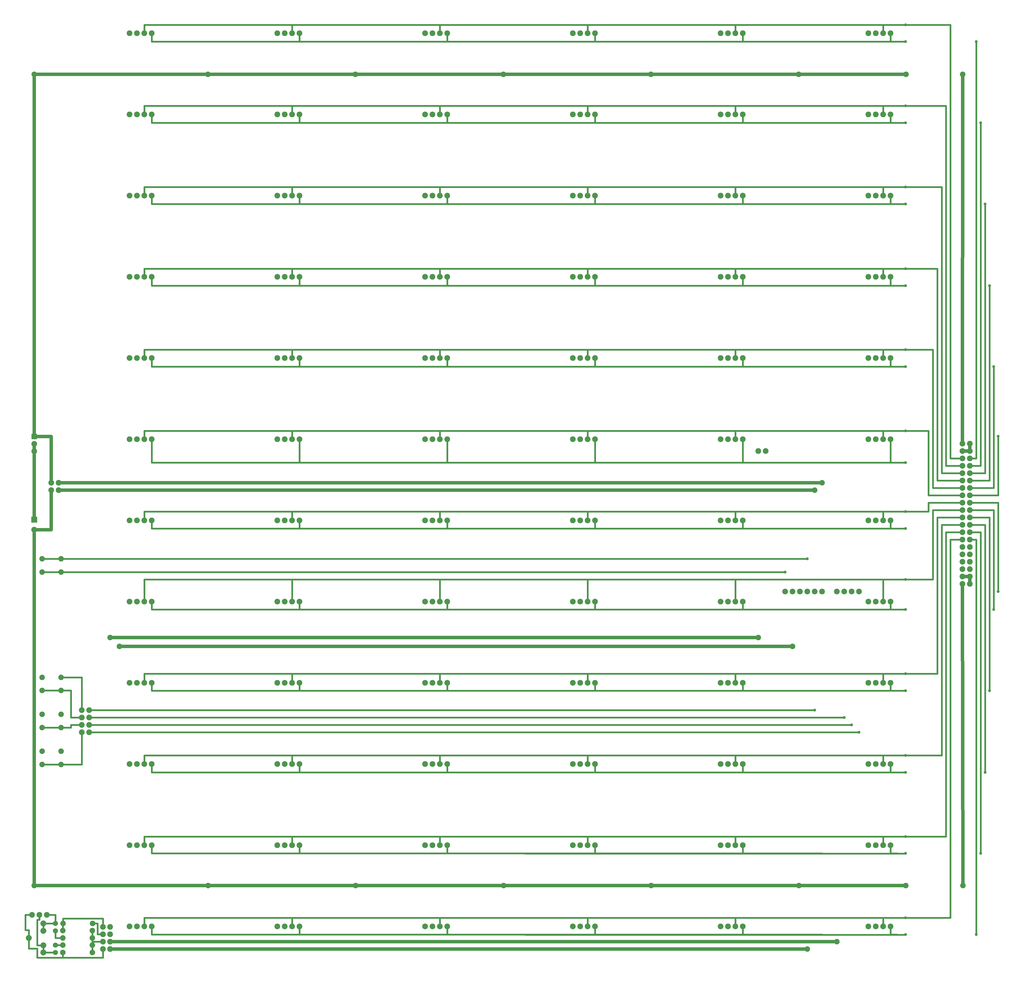
<source format=gtl>
G04 MADE WITH FRITZING*
G04 WWW.FRITZING.ORG*
G04 DOUBLE SIDED*
G04 HOLES PLATED*
G04 CONTOUR ON CENTER OF CONTOUR VECTOR*
%ASAXBY*%
%FSLAX23Y23*%
%MOIN*%
%OFA0B0*%
%SFA1.0B1.0*%
%ADD10C,0.078000*%
%ADD11C,0.080000*%
%ADD12C,0.039370*%
%ADD13C,0.075433*%
%ADD14C,0.080350*%
%ADD15C,0.070000*%
%ADD16C,0.075000*%
%ADD17R,0.080000X0.080000*%
%ADD18R,0.078000X0.078000*%
%ADD19C,0.024000*%
%ADD20C,0.048000*%
%ADD21R,0.001000X0.001000*%
%LNCOPPER1*%
G90*
G70*
G54D10*
X5542Y1101D03*
X5642Y1101D03*
X5742Y1101D03*
X5842Y1101D03*
X9542Y1101D03*
X9642Y1101D03*
X9742Y1101D03*
X9842Y1101D03*
X1543Y1100D03*
X1643Y1100D03*
X1743Y1100D03*
X1843Y1100D03*
X7542Y1101D03*
X7642Y1101D03*
X7742Y1101D03*
X7842Y1101D03*
X11542Y1101D03*
X11642Y1101D03*
X11742Y1101D03*
X11842Y1101D03*
X3542Y1101D03*
X3642Y1101D03*
X3742Y1101D03*
X3842Y1101D03*
X1543Y2200D03*
X1643Y2200D03*
X1743Y2200D03*
X1843Y2200D03*
X5543Y2201D03*
X5643Y2201D03*
X5743Y2201D03*
X5843Y2201D03*
X7543Y2201D03*
X7643Y2201D03*
X7743Y2201D03*
X7843Y2201D03*
X3543Y2201D03*
X3643Y2201D03*
X3743Y2201D03*
X3843Y2201D03*
X9543Y2201D03*
X9643Y2201D03*
X9743Y2201D03*
X9843Y2201D03*
X11543Y2201D03*
X11643Y2201D03*
X11743Y2201D03*
X11843Y2201D03*
X9543Y3301D03*
X9643Y3301D03*
X9743Y3301D03*
X9843Y3301D03*
X11543Y3301D03*
X11643Y3301D03*
X11743Y3301D03*
X11843Y3301D03*
X1543Y3300D03*
X1643Y3300D03*
X1743Y3300D03*
X1843Y3300D03*
X7543Y3301D03*
X7643Y3301D03*
X7743Y3301D03*
X7843Y3301D03*
X3543Y3301D03*
X3643Y3301D03*
X3743Y3301D03*
X3843Y3301D03*
X5543Y3301D03*
X5643Y3301D03*
X5743Y3301D03*
X5843Y3301D03*
X3543Y4401D03*
X3643Y4401D03*
X3743Y4401D03*
X3843Y4401D03*
X11543Y4401D03*
X11643Y4401D03*
X11743Y4401D03*
X11843Y4401D03*
X9543Y4401D03*
X9643Y4401D03*
X9743Y4401D03*
X9843Y4401D03*
X5543Y4401D03*
X5643Y4401D03*
X5743Y4401D03*
X5843Y4401D03*
X1543Y4400D03*
X1643Y4400D03*
X1743Y4400D03*
X1843Y4400D03*
X7543Y4401D03*
X7643Y4401D03*
X7743Y4401D03*
X7843Y4401D03*
X9543Y5501D03*
X9643Y5501D03*
X9743Y5501D03*
X9843Y5501D03*
X3543Y5501D03*
X3643Y5501D03*
X3743Y5501D03*
X3843Y5501D03*
X5543Y5501D03*
X5643Y5501D03*
X5743Y5501D03*
X5843Y5501D03*
X11543Y5501D03*
X11643Y5501D03*
X11743Y5501D03*
X11843Y5501D03*
X7543Y5501D03*
X7643Y5501D03*
X7743Y5501D03*
X7843Y5501D03*
X1543Y5500D03*
X1643Y5500D03*
X1743Y5500D03*
X1843Y5500D03*
X9543Y6601D03*
X9643Y6601D03*
X9743Y6601D03*
X9843Y6601D03*
X3543Y6601D03*
X3643Y6601D03*
X3743Y6601D03*
X3843Y6601D03*
X5543Y6601D03*
X5643Y6601D03*
X5743Y6601D03*
X5843Y6601D03*
X1543Y6600D03*
X1643Y6600D03*
X1743Y6600D03*
X1843Y6600D03*
X7543Y6601D03*
X7643Y6601D03*
X7743Y6601D03*
X7843Y6601D03*
X11543Y6601D03*
X11643Y6601D03*
X11743Y6601D03*
X11843Y6601D03*
X11543Y7701D03*
X11643Y7701D03*
X11743Y7701D03*
X11843Y7701D03*
X7543Y7701D03*
X7643Y7701D03*
X7743Y7701D03*
X7843Y7701D03*
X3543Y7701D03*
X3643Y7701D03*
X3743Y7701D03*
X3843Y7701D03*
X9543Y7701D03*
X9643Y7701D03*
X9743Y7701D03*
X9843Y7701D03*
X5543Y7701D03*
X5643Y7701D03*
X5743Y7701D03*
X5843Y7701D03*
X1543Y7700D03*
X1643Y7700D03*
X1743Y7700D03*
X1843Y7700D03*
X11543Y8801D03*
X11643Y8801D03*
X11743Y8801D03*
X11843Y8801D03*
X5543Y8801D03*
X5643Y8801D03*
X5743Y8801D03*
X5843Y8801D03*
X1543Y8800D03*
X1643Y8800D03*
X1743Y8800D03*
X1843Y8800D03*
X3543Y8801D03*
X3643Y8801D03*
X3743Y8801D03*
X3843Y8801D03*
X9543Y8801D03*
X9643Y8801D03*
X9743Y8801D03*
X9843Y8801D03*
X7543Y8801D03*
X7643Y8801D03*
X7743Y8801D03*
X7843Y8801D03*
X11543Y9901D03*
X11643Y9901D03*
X11743Y9901D03*
X11843Y9901D03*
X1543Y9900D03*
X1643Y9900D03*
X1743Y9900D03*
X1843Y9900D03*
X5543Y9901D03*
X5643Y9901D03*
X5743Y9901D03*
X5843Y9901D03*
X3543Y9901D03*
X3643Y9901D03*
X3743Y9901D03*
X3843Y9901D03*
X7543Y9901D03*
X7643Y9901D03*
X7743Y9901D03*
X7843Y9901D03*
X9543Y9901D03*
X9643Y9901D03*
X9743Y9901D03*
X9843Y9901D03*
X3543Y11001D03*
X3643Y11001D03*
X3743Y11001D03*
X3843Y11001D03*
X1543Y11000D03*
X1643Y11000D03*
X1743Y11000D03*
X1843Y11000D03*
X7543Y11001D03*
X7643Y11001D03*
X7743Y11001D03*
X7843Y11001D03*
X9543Y11001D03*
X9643Y11001D03*
X9743Y11001D03*
X9843Y11001D03*
X5543Y11001D03*
X5643Y11001D03*
X5743Y11001D03*
X5843Y11001D03*
X11543Y11001D03*
X11643Y11001D03*
X11743Y11001D03*
X11843Y11001D03*
X3542Y12101D03*
X3642Y12101D03*
X3742Y12101D03*
X3842Y12101D03*
X5542Y12101D03*
X5642Y12101D03*
X5742Y12101D03*
X5842Y12101D03*
X9542Y12101D03*
X9642Y12101D03*
X9742Y12101D03*
X9842Y12101D03*
X1543Y12101D03*
X1643Y12101D03*
X1743Y12101D03*
X1843Y12101D03*
X11542Y12101D03*
X11642Y12101D03*
X11742Y12101D03*
X11842Y12101D03*
X7542Y12101D03*
X7642Y12101D03*
X7742Y12101D03*
X7842Y12101D03*
X11543Y13201D03*
X11643Y13201D03*
X11743Y13201D03*
X11843Y13201D03*
X9543Y13201D03*
X9643Y13201D03*
X9743Y13201D03*
X9843Y13201D03*
X7543Y13201D03*
X7643Y13201D03*
X7743Y13201D03*
X7843Y13201D03*
X5543Y13201D03*
X5643Y13201D03*
X5743Y13201D03*
X5843Y13201D03*
X3543Y13201D03*
X3643Y13201D03*
X3743Y13201D03*
X3843Y13201D03*
X1543Y13200D03*
X1643Y13200D03*
X1743Y13200D03*
X1843Y13200D03*
X12817Y7639D03*
X12817Y7539D03*
X12817Y7439D03*
X12817Y7339D03*
X12817Y7239D03*
X12817Y7139D03*
X12817Y7039D03*
X12817Y6939D03*
X12817Y6839D03*
X12817Y6739D03*
X12817Y6639D03*
X12817Y6539D03*
X12817Y6439D03*
X12817Y6339D03*
X12817Y6239D03*
X12817Y6139D03*
X12817Y6039D03*
X12817Y5939D03*
X12817Y5839D03*
X12817Y5739D03*
X12817Y7639D03*
X12817Y7539D03*
X12817Y7439D03*
X12817Y7339D03*
X12817Y7239D03*
X12817Y7139D03*
X12817Y7039D03*
X12817Y6939D03*
X12817Y6839D03*
X12817Y6739D03*
X12817Y6639D03*
X12817Y6539D03*
X12817Y6439D03*
X12817Y6339D03*
X12817Y6239D03*
X12817Y6139D03*
X12817Y6039D03*
X12817Y5939D03*
X12817Y5839D03*
X12817Y5739D03*
X12917Y5739D03*
X12917Y5839D03*
X12917Y5939D03*
X12917Y6039D03*
X12917Y6139D03*
X12917Y6239D03*
X12917Y6339D03*
X12917Y6439D03*
X12917Y6539D03*
X12917Y6639D03*
X12917Y6739D03*
X12917Y6839D03*
X12917Y6939D03*
X12917Y7039D03*
X12917Y7139D03*
X12917Y7239D03*
X12917Y7339D03*
X12917Y7439D03*
X12917Y7539D03*
X12917Y7639D03*
G54D11*
X253Y6611D03*
X253Y6473D03*
G54D12*
X12045Y4293D03*
X12045Y5393D03*
X12045Y6721D03*
X12045Y3187D03*
X12045Y989D03*
X12045Y5801D03*
X12045Y3416D03*
X12045Y6491D03*
X12045Y2089D03*
X12045Y2318D03*
X12045Y1218D03*
X12045Y4523D03*
X12045Y9781D03*
X12045Y10011D03*
X12045Y8913D03*
X12045Y7383D03*
X12045Y7813D03*
X12045Y8683D03*
X12045Y10888D03*
X12045Y11117D03*
X12045Y11988D03*
X12045Y12217D03*
X12045Y13086D03*
X12045Y13315D03*
G54D10*
X253Y7736D03*
X253Y7636D03*
X253Y7536D03*
G54D12*
X13003Y13086D03*
X13063Y11988D03*
X13122Y10888D03*
X13181Y9781D03*
X13240Y8683D03*
X13300Y7741D03*
X13300Y5636D03*
X13240Y5393D03*
X13181Y4293D03*
X13122Y3187D03*
X13063Y2089D03*
X13003Y989D03*
G54D13*
X12820Y12644D03*
X12823Y1653D03*
X12051Y12644D03*
X12050Y1653D03*
X10599Y12644D03*
X10602Y1653D03*
X8599Y12644D03*
X8602Y1653D03*
X6601Y12644D03*
X6604Y1653D03*
X4599Y12644D03*
X4602Y1653D03*
X2601Y12644D03*
X2604Y1653D03*
X253Y12644D03*
X253Y1653D03*
G54D10*
X10416Y5638D03*
X10516Y5638D03*
X10616Y5638D03*
X10716Y5638D03*
X10816Y5638D03*
X10916Y5638D03*
X10053Y7539D03*
X10153Y7539D03*
G54D14*
X180Y944D03*
X377Y1141D03*
X377Y1042D03*
X377Y845D03*
X377Y747D03*
G54D15*
X540Y1141D03*
X540Y1041D03*
X540Y746D03*
X540Y847D03*
G54D16*
X641Y1140D03*
X1041Y1140D03*
X640Y1045D03*
X1040Y1045D03*
X640Y945D03*
X1040Y945D03*
X640Y847D03*
X1040Y847D03*
X640Y747D03*
X1040Y747D03*
G54D10*
X222Y1256D03*
X322Y1256D03*
X422Y1256D03*
X1181Y1095D03*
X1181Y995D03*
X1181Y895D03*
X1181Y795D03*
X1280Y1095D03*
X1280Y995D03*
X1280Y895D03*
X1280Y795D03*
G54D13*
X1280Y5015D03*
X10053Y5015D03*
X1406Y4893D03*
X10516Y4893D03*
X10716Y795D03*
G54D10*
X482Y7110D03*
X482Y7010D03*
X482Y7110D03*
X482Y7010D03*
X582Y7010D03*
X582Y7110D03*
G54D13*
X10816Y7010D03*
X10916Y7110D03*
G54D16*
X616Y5902D03*
X360Y5902D03*
X616Y6080D03*
X360Y6080D03*
G54D12*
X10716Y6080D03*
X10416Y5902D03*
G54D10*
X11116Y5638D03*
X11216Y5638D03*
X11316Y5638D03*
X11416Y5638D03*
G54D13*
X11116Y895D03*
G54D16*
X616Y4296D03*
X360Y4296D03*
X616Y4473D03*
X360Y4473D03*
X616Y3795D03*
X360Y3795D03*
X616Y3973D03*
X360Y3973D03*
X616Y3295D03*
X360Y3295D03*
X616Y3473D03*
X360Y3473D03*
G54D10*
X897Y4032D03*
X897Y3932D03*
X897Y3832D03*
X897Y3732D03*
X897Y4032D03*
X897Y3932D03*
X897Y3832D03*
X897Y3732D03*
X997Y3732D03*
X997Y3832D03*
X997Y3932D03*
X997Y4032D03*
G54D12*
X10816Y4032D03*
X11216Y3932D03*
X11316Y3832D03*
X11416Y3732D03*
G54D17*
X253Y6611D03*
G54D18*
X253Y7736D03*
G54D19*
X1743Y13315D02*
X1743Y13230D01*
D02*
X12026Y13315D02*
X1743Y13315D01*
D02*
X3743Y13315D02*
X3743Y13231D01*
D02*
X12026Y13315D02*
X3743Y13315D01*
D02*
X5743Y13315D02*
X5743Y13231D01*
D02*
X12026Y13315D02*
X5743Y13315D01*
D02*
X7743Y13315D02*
X7743Y13231D01*
D02*
X12026Y13315D02*
X7743Y13315D01*
D02*
X9743Y13315D02*
X9743Y13231D01*
D02*
X12026Y13315D02*
X9743Y13315D01*
D02*
X11743Y13315D02*
X11743Y13231D01*
D02*
X12026Y13315D02*
X11743Y13315D01*
D02*
X1843Y13086D02*
X1843Y13170D01*
D02*
X12026Y13086D02*
X1843Y13086D01*
D02*
X3843Y13086D02*
X3843Y13171D01*
D02*
X12026Y13086D02*
X3843Y13086D01*
D02*
X5843Y13086D02*
X5843Y13171D01*
D02*
X12026Y13086D02*
X5843Y13086D01*
D02*
X7843Y13086D02*
X7843Y13171D01*
D02*
X12026Y13086D02*
X7843Y13086D01*
D02*
X9843Y13086D02*
X9843Y13171D01*
D02*
X12026Y13086D02*
X9843Y13086D01*
D02*
X11843Y13086D02*
X11843Y13171D01*
D02*
X12026Y13086D02*
X11843Y13086D01*
G54D20*
D02*
X253Y7495D02*
X253Y6653D01*
D02*
X253Y7566D02*
X253Y7606D01*
G54D19*
D02*
X1743Y12217D02*
X1743Y12131D01*
D02*
X12026Y12217D02*
X1743Y12217D01*
D02*
X3742Y12217D02*
X3742Y12131D01*
D02*
X12026Y12217D02*
X3742Y12217D01*
D02*
X5742Y12217D02*
X5742Y12131D01*
D02*
X12026Y12217D02*
X5742Y12217D01*
D02*
X7742Y12217D02*
X7742Y12131D01*
D02*
X12026Y12217D02*
X7742Y12217D01*
D02*
X9742Y12217D02*
X9742Y12131D01*
D02*
X12026Y12217D02*
X9742Y12217D01*
D02*
X11742Y12217D02*
X11742Y12131D01*
D02*
X12026Y12217D02*
X11742Y12217D01*
D02*
X1843Y11988D02*
X1843Y12071D01*
D02*
X12026Y11988D02*
X1843Y11988D01*
D02*
X3842Y11988D02*
X3842Y12071D01*
D02*
X12026Y11988D02*
X3842Y11988D01*
D02*
X5842Y11988D02*
X5842Y12071D01*
D02*
X12026Y11988D02*
X5842Y11988D01*
D02*
X7842Y11988D02*
X7842Y12071D01*
D02*
X12026Y11988D02*
X7842Y11988D01*
D02*
X9842Y11988D02*
X9842Y12071D01*
D02*
X12026Y11988D02*
X9842Y11988D01*
D02*
X11842Y11988D02*
X11842Y12071D01*
D02*
X12026Y11988D02*
X11842Y11988D01*
D02*
X1743Y11117D02*
X1743Y11031D01*
D02*
X12026Y11117D02*
X1743Y11117D01*
D02*
X1843Y10888D02*
X1843Y10970D01*
D02*
X12026Y10888D02*
X1843Y10888D01*
D02*
X3743Y11117D02*
X3743Y11031D01*
D02*
X12026Y11117D02*
X3743Y11117D01*
D02*
X5743Y11117D02*
X5743Y11031D01*
D02*
X12026Y11117D02*
X5743Y11117D01*
D02*
X3843Y10888D02*
X3843Y10971D01*
D02*
X12026Y10888D02*
X3843Y10888D01*
D02*
X5843Y10888D02*
X5843Y10971D01*
D02*
X12026Y10888D02*
X5843Y10888D01*
D02*
X7743Y11117D02*
X7743Y11031D01*
D02*
X12026Y11117D02*
X7743Y11117D01*
D02*
X7843Y10888D02*
X7843Y10971D01*
D02*
X12026Y10888D02*
X7843Y10888D01*
D02*
X9743Y11117D02*
X9743Y11031D01*
D02*
X12026Y11117D02*
X9743Y11117D01*
D02*
X9843Y10888D02*
X9843Y10971D01*
D02*
X12026Y10888D02*
X9843Y10888D01*
D02*
X11743Y11117D02*
X11743Y11031D01*
D02*
X12026Y11117D02*
X11743Y11117D01*
D02*
X11843Y10888D02*
X11843Y10971D01*
D02*
X12026Y10888D02*
X11843Y10888D01*
G54D20*
D02*
X12887Y7539D02*
X12847Y7539D01*
D02*
X12887Y5839D02*
X12847Y5839D01*
G54D19*
D02*
X1743Y10011D02*
X1743Y9931D01*
D02*
X12026Y10011D02*
X1743Y10011D01*
D02*
X3743Y10011D02*
X3743Y9931D01*
D02*
X12026Y10011D02*
X3743Y10011D01*
D02*
X5743Y10011D02*
X5743Y9931D01*
D02*
X12026Y10011D02*
X5743Y10011D01*
D02*
X7743Y10011D02*
X7743Y9931D01*
D02*
X12026Y10011D02*
X7743Y10011D01*
D02*
X9743Y10011D02*
X9743Y9931D01*
D02*
X12026Y10011D02*
X9743Y10011D01*
D02*
X11743Y10011D02*
X11743Y9931D01*
D02*
X12026Y10011D02*
X11743Y10011D01*
D02*
X1843Y9781D02*
X1843Y9870D01*
D02*
X12026Y9781D02*
X1843Y9781D01*
D02*
X3843Y9781D02*
X3843Y9871D01*
D02*
X12026Y9781D02*
X3843Y9781D01*
D02*
X5843Y9781D02*
X5843Y9871D01*
D02*
X12026Y9781D02*
X5843Y9781D01*
D02*
X7843Y9781D02*
X7843Y9871D01*
D02*
X12026Y9781D02*
X7843Y9781D01*
D02*
X9843Y9781D02*
X9843Y9871D01*
D02*
X12026Y9781D02*
X9843Y9781D01*
D02*
X11843Y9781D02*
X11843Y9871D01*
D02*
X12026Y9781D02*
X11843Y9781D01*
D02*
X1743Y8913D02*
X1743Y8831D01*
D02*
X12026Y8913D02*
X1743Y8913D01*
D02*
X1743Y7813D02*
X1743Y7730D01*
D02*
X12026Y7813D02*
X1743Y7813D01*
D02*
X1743Y6721D02*
X1743Y6630D01*
D02*
X12026Y6721D02*
X1743Y6721D01*
D02*
X1743Y5801D02*
X1743Y5530D01*
D02*
X12026Y5801D02*
X1743Y5801D01*
D02*
X1743Y4523D02*
X1743Y4431D01*
D02*
X12026Y4523D02*
X1743Y4523D01*
D02*
X1743Y3416D02*
X1743Y3331D01*
D02*
X12026Y3416D02*
X1743Y3416D01*
D02*
X1743Y2318D02*
X1743Y2231D01*
D02*
X12026Y2318D02*
X1743Y2318D01*
D02*
X1743Y1218D02*
X1743Y1131D01*
D02*
X12026Y1218D02*
X1743Y1218D01*
D02*
X1843Y989D02*
X1843Y1070D01*
D02*
X12026Y988D02*
X1843Y989D01*
D02*
X1843Y2089D02*
X1843Y2170D01*
D02*
X12026Y2088D02*
X1843Y2089D01*
D02*
X1843Y3187D02*
X1843Y3270D01*
D02*
X12026Y3187D02*
X1843Y3187D01*
D02*
X1843Y4293D02*
X1843Y4370D01*
D02*
X12026Y4293D02*
X1843Y4293D01*
D02*
X1843Y5393D02*
X1843Y5470D01*
D02*
X12026Y5393D02*
X1843Y5393D01*
D02*
X1843Y6491D02*
X1843Y6570D01*
D02*
X12026Y6491D02*
X1843Y6491D01*
D02*
X1843Y7383D02*
X1843Y7670D01*
D02*
X12026Y7383D02*
X1843Y7383D01*
D02*
X1843Y8683D02*
X1843Y8770D01*
D02*
X12026Y8683D02*
X1843Y8683D01*
D02*
X3743Y8913D02*
X3743Y8831D01*
D02*
X12026Y8913D02*
X3743Y8913D01*
D02*
X3743Y7813D02*
X3743Y7731D01*
D02*
X12026Y7813D02*
X3743Y7813D01*
D02*
X3743Y6721D02*
X3743Y6631D01*
D02*
X12026Y6721D02*
X3743Y6721D01*
D02*
X3743Y5801D02*
X3743Y5531D01*
D02*
X12026Y5801D02*
X3743Y5801D01*
D02*
X3743Y4523D02*
X3743Y4431D01*
D02*
X12026Y4523D02*
X3743Y4523D01*
D02*
X3743Y3416D02*
X3743Y3331D01*
D02*
X12026Y3416D02*
X3743Y3416D01*
D02*
X3743Y2318D02*
X3743Y2231D01*
D02*
X12026Y2318D02*
X3743Y2318D01*
D02*
X3742Y1218D02*
X3742Y1131D01*
D02*
X12026Y1218D02*
X3742Y1218D01*
D02*
X3842Y989D02*
X3842Y1071D01*
D02*
X12026Y988D02*
X3842Y989D01*
D02*
X3843Y2089D02*
X3843Y2171D01*
D02*
X12026Y2088D02*
X3843Y2089D01*
D02*
X3843Y3187D02*
X3843Y3271D01*
D02*
X12026Y3187D02*
X3843Y3187D01*
D02*
X3843Y4293D02*
X3843Y4371D01*
D02*
X12026Y4293D02*
X3843Y4293D01*
D02*
X3843Y5393D02*
X3843Y5471D01*
D02*
X12026Y5393D02*
X3843Y5393D01*
D02*
X3843Y6491D02*
X3843Y6571D01*
D02*
X12026Y6491D02*
X3843Y6491D01*
D02*
X3843Y7383D02*
X3843Y7671D01*
D02*
X12026Y7383D02*
X3843Y7383D01*
D02*
X3843Y8683D02*
X3843Y8771D01*
D02*
X12026Y8683D02*
X3843Y8683D01*
D02*
X5743Y8913D02*
X5743Y8831D01*
D02*
X12026Y8913D02*
X5743Y8913D01*
D02*
X5743Y7813D02*
X5743Y7731D01*
D02*
X12026Y7813D02*
X5743Y7813D01*
D02*
X5743Y6721D02*
X5743Y6631D01*
D02*
X12026Y6721D02*
X5743Y6721D01*
D02*
X5743Y5801D02*
X5743Y5531D01*
D02*
X12026Y5801D02*
X5743Y5801D01*
D02*
X5743Y4523D02*
X5743Y4431D01*
D02*
X12026Y4523D02*
X5743Y4523D01*
D02*
X5743Y3416D02*
X5743Y3331D01*
D02*
X12026Y3416D02*
X5743Y3416D01*
D02*
X5743Y2318D02*
X5743Y2231D01*
D02*
X12026Y2318D02*
X5743Y2318D01*
D02*
X5742Y1218D02*
X5742Y1131D01*
D02*
X12026Y1218D02*
X5742Y1218D01*
D02*
X5842Y989D02*
X5842Y1071D01*
D02*
X12026Y988D02*
X5842Y989D01*
D02*
X5843Y2089D02*
X5843Y2171D01*
D02*
X12026Y2088D02*
X5843Y2089D01*
D02*
X5843Y3187D02*
X5843Y3271D01*
D02*
X12026Y3187D02*
X5843Y3187D01*
D02*
X5843Y4293D02*
X5843Y4371D01*
D02*
X12026Y4293D02*
X5843Y4293D01*
D02*
X5843Y5393D02*
X5843Y5471D01*
D02*
X12026Y5393D02*
X5843Y5393D01*
D02*
X5843Y6491D02*
X5843Y6571D01*
D02*
X12026Y6491D02*
X5843Y6491D01*
D02*
X5843Y7383D02*
X5843Y7671D01*
D02*
X12026Y7383D02*
X5843Y7383D01*
D02*
X5843Y8683D02*
X5843Y8771D01*
D02*
X12026Y8683D02*
X5843Y8683D01*
D02*
X7743Y8913D02*
X7743Y8831D01*
D02*
X12026Y8913D02*
X7743Y8913D01*
D02*
X7743Y7813D02*
X7743Y7731D01*
D02*
X12026Y7813D02*
X7743Y7813D01*
D02*
X7743Y6721D02*
X7743Y6631D01*
D02*
X12026Y6721D02*
X7743Y6721D01*
D02*
X7743Y5801D02*
X7743Y5531D01*
D02*
X12026Y5801D02*
X7743Y5801D01*
D02*
X7743Y4523D02*
X7743Y4431D01*
D02*
X12026Y4523D02*
X7743Y4523D01*
D02*
X7743Y3416D02*
X7743Y3331D01*
D02*
X12026Y3416D02*
X7743Y3416D01*
D02*
X7743Y2318D02*
X7743Y2231D01*
D02*
X12026Y2318D02*
X7743Y2318D01*
D02*
X7742Y1218D02*
X7742Y1131D01*
D02*
X12026Y1218D02*
X7742Y1218D01*
D02*
X7842Y989D02*
X7842Y1071D01*
D02*
X12026Y988D02*
X7842Y989D01*
D02*
X7843Y2089D02*
X7843Y2171D01*
D02*
X12026Y2088D02*
X7843Y2089D01*
D02*
X7843Y3187D02*
X7843Y3271D01*
D02*
X12026Y3187D02*
X7843Y3187D01*
D02*
X7843Y4293D02*
X7843Y4371D01*
D02*
X12026Y4293D02*
X7843Y4293D01*
D02*
X7843Y5393D02*
X7843Y5471D01*
D02*
X12026Y5393D02*
X7843Y5393D01*
D02*
X7843Y6491D02*
X7843Y6571D01*
D02*
X12026Y6491D02*
X7843Y6491D01*
D02*
X7843Y7383D02*
X7843Y7671D01*
D02*
X12026Y7383D02*
X7843Y7383D01*
D02*
X7843Y8683D02*
X7843Y8771D01*
D02*
X12026Y8683D02*
X7843Y8683D01*
D02*
X9743Y8913D02*
X9743Y8831D01*
D02*
X12026Y8913D02*
X9743Y8913D01*
D02*
X9743Y7813D02*
X9743Y7731D01*
D02*
X12026Y7813D02*
X9743Y7813D01*
D02*
X9743Y6721D02*
X9743Y6631D01*
D02*
X12026Y6721D02*
X9743Y6721D01*
D02*
X9743Y5801D02*
X9743Y5531D01*
D02*
X12026Y5801D02*
X9743Y5801D01*
D02*
X9743Y4523D02*
X9743Y4431D01*
D02*
X12026Y4523D02*
X9743Y4523D01*
D02*
X9743Y3416D02*
X9743Y3331D01*
D02*
X12026Y3416D02*
X9743Y3416D01*
D02*
X9743Y2318D02*
X9743Y2231D01*
D02*
X12026Y2318D02*
X9743Y2318D01*
D02*
X9742Y1218D02*
X9742Y1131D01*
D02*
X12026Y1218D02*
X9742Y1218D01*
D02*
X9842Y989D02*
X9842Y1071D01*
D02*
X12026Y988D02*
X9842Y989D01*
D02*
X9843Y2089D02*
X9843Y2171D01*
D02*
X12026Y2088D02*
X9843Y2089D01*
D02*
X9843Y3187D02*
X9843Y3271D01*
D02*
X12026Y3187D02*
X9843Y3187D01*
D02*
X9843Y4293D02*
X9843Y4371D01*
D02*
X12026Y4293D02*
X9843Y4293D01*
D02*
X9843Y5393D02*
X9843Y5471D01*
D02*
X12026Y5393D02*
X9843Y5393D01*
D02*
X9843Y6491D02*
X9843Y6571D01*
D02*
X12026Y6491D02*
X9843Y6491D01*
D02*
X9843Y7383D02*
X9843Y7671D01*
D02*
X12026Y7383D02*
X9843Y7383D01*
D02*
X9843Y8683D02*
X9843Y8771D01*
D02*
X12026Y8683D02*
X9843Y8683D01*
D02*
X11743Y8913D02*
X11743Y8831D01*
D02*
X12026Y8913D02*
X11743Y8913D01*
D02*
X11843Y8683D02*
X11843Y8771D01*
D02*
X12026Y8683D02*
X11843Y8683D01*
D02*
X11743Y7813D02*
X11743Y7731D01*
D02*
X12026Y7813D02*
X11743Y7813D01*
D02*
X11843Y7383D02*
X11843Y7671D01*
D02*
X12026Y7383D02*
X11843Y7383D01*
D02*
X11743Y6721D02*
X11743Y6631D01*
D02*
X12026Y6721D02*
X11743Y6721D01*
D02*
X11843Y6491D02*
X11843Y6571D01*
D02*
X12026Y6491D02*
X11843Y6491D01*
D02*
X11743Y5801D02*
X11743Y5531D01*
D02*
X12026Y5801D02*
X11743Y5801D01*
D02*
X11843Y5393D02*
X11843Y5471D01*
D02*
X12026Y5393D02*
X11843Y5393D01*
D02*
X11743Y4523D02*
X11743Y4431D01*
D02*
X12026Y4523D02*
X11743Y4523D01*
D02*
X11843Y4293D02*
X11843Y4371D01*
D02*
X12026Y4293D02*
X11843Y4293D01*
D02*
X11743Y3416D02*
X11743Y3331D01*
D02*
X12026Y3416D02*
X11743Y3416D01*
D02*
X11843Y3187D02*
X11843Y3271D01*
D02*
X12026Y3187D02*
X11843Y3187D01*
D02*
X11743Y2318D02*
X11743Y2231D01*
D02*
X12026Y2318D02*
X11743Y2318D01*
D02*
X11843Y2089D02*
X11843Y2171D01*
D02*
X12026Y2088D02*
X11843Y2089D01*
D02*
X11742Y1218D02*
X11742Y1131D01*
D02*
X12026Y1218D02*
X11742Y1218D01*
D02*
X11842Y989D02*
X11842Y1071D01*
D02*
X12026Y988D02*
X11842Y989D01*
D02*
X13003Y13067D02*
X13003Y7439D01*
D02*
X13003Y7439D02*
X12947Y7439D01*
D02*
X13063Y7339D02*
X12947Y7339D01*
D02*
X13063Y11969D02*
X13063Y7339D01*
D02*
X13122Y7239D02*
X12947Y7239D01*
D02*
X13122Y10869D02*
X13122Y7239D01*
D02*
X13181Y9762D02*
X13181Y7139D01*
D02*
X13181Y7139D02*
X12947Y7139D01*
D02*
X13240Y8664D02*
X13240Y7039D01*
D02*
X13240Y7039D02*
X12947Y7039D01*
D02*
X13300Y6939D02*
X12947Y6939D01*
D02*
X13300Y7722D02*
X13300Y6939D01*
D02*
X13300Y5655D02*
X13300Y6839D01*
D02*
X13300Y6839D02*
X12947Y6839D01*
D02*
X13240Y5412D02*
X13240Y6739D01*
D02*
X13240Y6739D02*
X12947Y6739D01*
D02*
X13181Y4312D02*
X13181Y6639D01*
D02*
X13181Y6639D02*
X12947Y6639D01*
D02*
X13122Y6539D02*
X12947Y6539D01*
D02*
X13122Y3206D02*
X13122Y6539D01*
D02*
X13063Y2107D02*
X13063Y6439D01*
D02*
X13063Y6439D02*
X12947Y6439D01*
D02*
X13003Y6339D02*
X12947Y6339D01*
D02*
X13003Y1007D02*
X13003Y6339D01*
D02*
X12652Y13315D02*
X12652Y7439D01*
D02*
X12064Y13315D02*
X12652Y13315D01*
D02*
X12652Y7439D02*
X12787Y7439D01*
D02*
X12593Y12217D02*
X12593Y7339D01*
D02*
X12064Y12217D02*
X12593Y12217D01*
D02*
X12593Y7339D02*
X12787Y7339D01*
D02*
X12534Y11117D02*
X12534Y7239D01*
D02*
X12534Y7239D02*
X12787Y7239D01*
D02*
X12064Y11117D02*
X12534Y11117D01*
D02*
X12475Y7139D02*
X12787Y7139D01*
D02*
X12475Y10011D02*
X12475Y7139D01*
D02*
X12064Y10011D02*
X12475Y10011D01*
D02*
X12415Y8913D02*
X12415Y7039D01*
D02*
X12415Y7039D02*
X12787Y7039D01*
D02*
X12064Y8913D02*
X12415Y8913D01*
D02*
X12356Y7813D02*
X12356Y6939D01*
D02*
X12064Y7813D02*
X12356Y7813D01*
D02*
X12356Y6939D02*
X12787Y6939D01*
D02*
X12356Y6721D02*
X12356Y6839D01*
D02*
X12064Y6721D02*
X12356Y6721D01*
D02*
X12356Y6839D02*
X12787Y6839D01*
D02*
X12415Y5801D02*
X12415Y6739D01*
D02*
X12415Y6739D02*
X12787Y6739D01*
D02*
X12064Y5801D02*
X12415Y5801D01*
D02*
X12475Y4523D02*
X12475Y6639D01*
D02*
X12475Y6639D02*
X12787Y6639D01*
D02*
X12064Y4523D02*
X12475Y4523D01*
D02*
X12534Y3416D02*
X12534Y6539D01*
D02*
X12534Y6539D02*
X12787Y6539D01*
D02*
X12064Y3416D02*
X12534Y3416D01*
D02*
X12593Y6439D02*
X12787Y6439D01*
D02*
X12593Y2318D02*
X12593Y6439D01*
D02*
X12064Y2318D02*
X12593Y2318D01*
D02*
X12652Y6339D02*
X12787Y6339D01*
D02*
X12652Y1218D02*
X12652Y6339D01*
D02*
X12064Y1218D02*
X12652Y1218D01*
G54D20*
D02*
X12917Y7569D02*
X12917Y7608D01*
D02*
X12917Y5808D02*
X12917Y5769D01*
D02*
X12817Y7669D02*
X12820Y12615D01*
D02*
X12823Y1681D02*
X12817Y5708D01*
D02*
X12022Y12644D02*
X10628Y12644D01*
D02*
X10570Y12644D02*
X8628Y12644D01*
D02*
X8570Y12644D02*
X6630Y12644D01*
D02*
X6573Y12644D02*
X4628Y12644D01*
D02*
X4570Y12644D02*
X2630Y12644D01*
D02*
X253Y12605D02*
X253Y7777D01*
D02*
X2561Y12644D02*
X293Y12644D01*
D02*
X12021Y1653D02*
X10631Y1653D01*
D02*
X10573Y1653D02*
X8631Y1653D01*
D02*
X8573Y1653D02*
X6633Y1653D01*
D02*
X6575Y1653D02*
X4631Y1653D01*
D02*
X4573Y1653D02*
X2632Y1653D01*
D02*
X253Y1693D02*
X253Y6431D01*
D02*
X2564Y1653D02*
X293Y1653D01*
G54D19*
D02*
X540Y945D02*
X540Y1015D01*
D02*
X612Y945D02*
X540Y945D01*
D02*
X611Y847D02*
X566Y847D01*
D02*
X640Y1074D02*
X640Y1111D01*
D02*
X1040Y974D02*
X1040Y1017D01*
D02*
X1040Y917D02*
X1040Y876D01*
D02*
X1040Y818D02*
X1040Y776D01*
D02*
X641Y1168D02*
X641Y1208D01*
D02*
X641Y1208D02*
X1181Y1208D01*
D02*
X1181Y1208D02*
X1181Y1125D01*
D02*
X1150Y995D02*
X1110Y995D01*
D02*
X1110Y1140D02*
X1069Y1140D01*
D02*
X1110Y995D02*
X1110Y1140D01*
D02*
X1040Y895D02*
X1150Y895D01*
D02*
X1040Y776D02*
X1040Y895D01*
D02*
X640Y676D02*
X640Y719D01*
D02*
X1181Y676D02*
X640Y676D01*
D02*
X1181Y764D02*
X1181Y676D01*
D02*
X418Y1141D02*
X514Y1141D01*
D02*
X377Y1099D02*
X377Y1084D01*
D02*
X377Y788D02*
X377Y804D01*
D02*
X418Y747D02*
X514Y747D01*
D02*
X291Y802D02*
X180Y802D01*
D02*
X180Y802D02*
X180Y903D01*
D02*
X291Y676D02*
X291Y802D01*
D02*
X640Y676D02*
X291Y676D01*
D02*
X640Y719D02*
X640Y676D01*
D02*
X131Y1256D02*
X192Y1256D01*
D02*
X131Y1050D02*
X131Y1256D01*
D02*
X180Y985D02*
X180Y1050D01*
D02*
X180Y1050D02*
X131Y1050D01*
D02*
X540Y1256D02*
X452Y1256D01*
D02*
X540Y1167D02*
X540Y1256D01*
D02*
X291Y845D02*
X291Y1192D01*
D02*
X336Y845D02*
X291Y845D01*
D02*
X322Y1192D02*
X322Y1226D01*
D02*
X291Y1192D02*
X322Y1192D01*
G54D20*
D02*
X1320Y5015D02*
X10013Y5015D01*
D02*
X1446Y4893D02*
X10476Y4893D01*
D02*
X1321Y895D02*
X11076Y895D01*
D02*
X1321Y795D02*
X10676Y795D01*
D02*
X482Y6473D02*
X482Y6969D01*
D02*
X295Y6473D02*
X482Y6473D01*
D02*
X482Y7151D02*
X482Y7736D01*
D02*
X482Y7736D02*
X294Y7736D01*
D02*
X10876Y7110D02*
X623Y7110D01*
D02*
X10776Y7010D02*
X623Y7010D01*
G54D19*
D02*
X10697Y6080D02*
X644Y6080D01*
D02*
X587Y6080D02*
X389Y6080D01*
D02*
X587Y5902D02*
X389Y5902D01*
D02*
X644Y5902D02*
X10397Y5902D01*
D02*
X897Y3702D02*
X897Y3295D01*
D02*
X897Y3295D02*
X645Y3295D01*
D02*
X749Y3795D02*
X645Y3795D01*
D02*
X749Y3832D02*
X749Y3795D01*
D02*
X867Y3832D02*
X749Y3832D01*
D02*
X749Y4296D02*
X749Y3932D01*
D02*
X749Y3932D02*
X867Y3932D01*
D02*
X644Y4296D02*
X749Y4296D01*
D02*
X897Y4473D02*
X897Y4062D01*
D02*
X644Y4473D02*
X897Y4473D01*
D02*
X587Y4296D02*
X388Y4296D01*
D02*
X588Y3795D02*
X389Y3795D01*
D02*
X588Y3295D02*
X389Y3295D01*
D02*
X1027Y4032D02*
X10797Y4032D01*
D02*
X1027Y3932D02*
X11197Y3932D01*
D02*
X1027Y3832D02*
X11297Y3832D01*
D02*
X1027Y3732D02*
X11397Y3732D01*
G54D21*
D02*
G04 End of Copper1*
M02*
</source>
